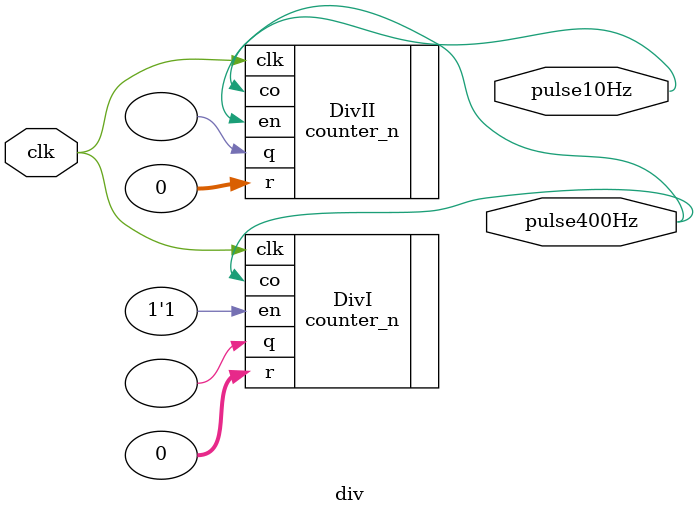
<source format=v>
module div (clk, pulse400Hz, pulse10Hz);
input clk;
output pulse400Hz;
output pulse10Hz;

parameter sim = 1'b0;

counter_n   #(.n(sim?2:250000), .counter_bits(sim?1:18))    DivI (.clk(clk), .r(0), .en(1'b1), .co(pulse400Hz), .q());
counter_n   #(.n(sim?10:40),    .counter_bits(sim?4:6))     DivII(.clk(clk), .r(0), .en(pulse400Hz), .co(pulse10Hz), .q());

endmodule
</source>
